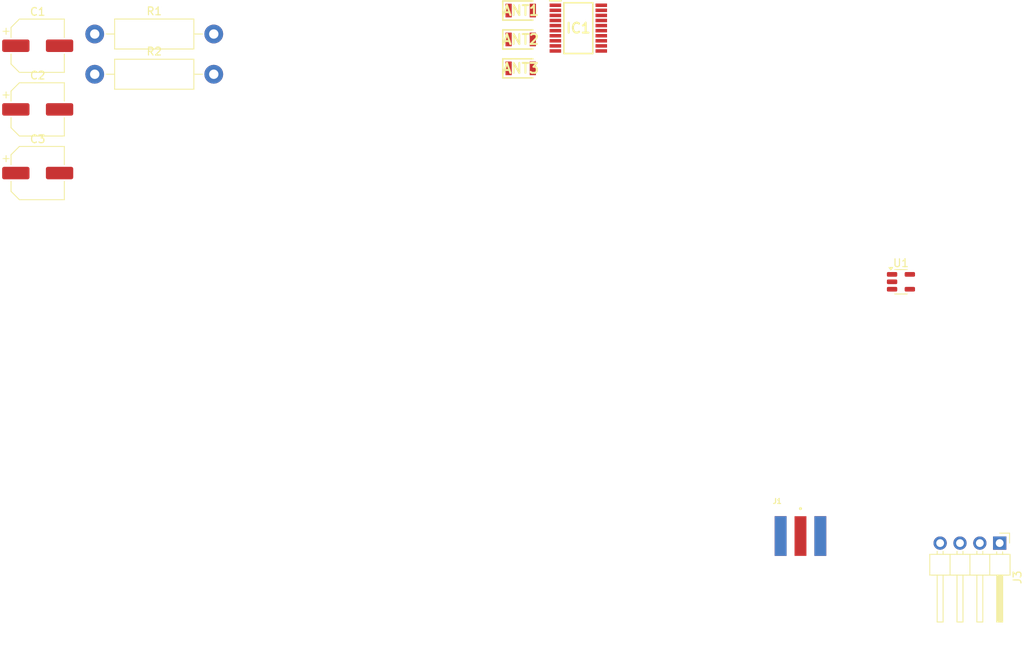
<source format=kicad_pcb>
(kicad_pcb (version 20240108) (generator "pcbnew") (generator_version "8.0")
  (layers (0 "F.Cu" signal) (31 "B.Cu" signal) (34 "B.Paste" user) (35 "F.Paste" user) (36 "B.SilkS" user "B.Silkscreen") (37 "F.SilkS" user "F.Silkscreen") (38 "B.Mask" user) (39 "F.Mask" user) (44 "Edge.Cuts" user))
  (net 0 "")
  (net 1 "+2V5")
  (net 2 "Net-(U1-+)")
  (net 3 "+5V")
  (net 4 "GND")
  (net 6 "Net-(ANT1-FEED)")
  (net 7 "Net-(ANT2-FEED)")
  (net 9 "Net-(ANT3-FEED)")
  (net 11 "Net-(IC1-A0)")
  (net 18 "Net-(IC1-A1)")
  (net 23 "Net-(IC1-RFC)")
  (footprint "Resistor_THT:R_Axial_DIN0411_L9.9mm_D3.6mm_P15.24mm_Horizontal" (layer "F.Cu") (at 45.15 100.33)
    (property "Reference" "R1" (at 7.62 -2.92 0) (layer "F.SilkS"))
    (property "Value" "R")
    (fp_line (start 1.44 0) (end 2.55 0) (stroke (width 0.12)) (layer "F.SilkS"))
    (fp_line (start 2.55 -1.92) (end 2.55 1.92) (stroke (width 0.12)) (layer "F.SilkS"))
    (fp_line (start 2.55 1.92) (end 12.69 1.92) (stroke (width 0.12)) (layer "F.SilkS"))
    (fp_line (start 12.69 -1.92) (end 2.55 -1.92) (stroke (width 0.12)) (layer "F.SilkS"))
    (fp_line (start 12.69 1.92) (end 12.69 -1.92) (stroke (width 0.12)) (layer "F.SilkS"))
    (fp_line (start 13.8 0) (end 12.69 0) (stroke (width 0.12)) (layer "F.SilkS"))
    (pad "1" thru_hole circle (at 0 0) (size 2.4 2.4) (drill 1.2) (layers "*.Cu" "*.Mask") (net 3 "+5V"))
    (pad "2" thru_hole oval (at 15.24 0) (size 2.4 2.4) (drill 1.2) (layers "*.Cu" "*.Mask") (net 2 "Net-(U1-+)"))
  )
  (footprint "Capacitor_SMD:CP_Elec_6.3x5.4" (layer "F.Cu") (at 37.85 118.13)
    (property "Reference" "C3" (at 0 -4.35 0) (layer "F.SilkS"))
    (property "Value" "C")
    (fp_line (start -4.4375 -1.8475) (end -3.65 -1.8475) (stroke (width 0.12)) (layer "F.SilkS"))
    (fp_line (start -4.04375 -2.24125) (end -4.04375 -1.45375) (stroke (width 0.12)) (layer "F.SilkS"))
    (fp_line (start -3.41 -2.345563) (end -3.41 -1.06) (stroke (width 0.12)) (layer "F.SilkS"))
    (fp_line (start -3.41 -2.345563) (end -2.345563 -3.41) (stroke (width 0.12)) (layer "F.SilkS"))
    (fp_line (start -3.41 2.345563) (end -3.41 1.06) (stroke (width 0.12)) (layer "F.SilkS"))
    (fp_line (start -3.41 2.345563) (end -2.345563 3.41) (stroke (width 0.12)) (layer "F.SilkS"))
    (fp_line (start -2.345563 -3.41) (end 3.41 -3.41) (stroke (width 0.12)) (layer "F.SilkS"))
    (fp_line (start -2.345563 3.41) (end 3.41 3.41) (stroke (width 0.12)) (layer "F.SilkS"))
    (fp_line (start 3.41 -3.41) (end 3.41 -1.06) (stroke (width 0.12)) (layer "F.SilkS"))
    (fp_line (start 3.41 3.41) (end 3.41 1.06) (stroke (width 0.12)) (layer "F.SilkS"))
    (pad "1" smd roundrect (at -2.8 0) (size 3.5 1.6) (layers "F.Cu" "F.Paste" "F.Mask") (roundrect_rratio 0.15625) (net 1 "+2V5"))
    (pad "2" smd roundrect (at 2.8 0) (size 3.5 1.6) (layers "F.Cu" "F.Paste" "F.Mask") (roundrect_rratio 0.15625) (net 4 "GND"))
  )
  (footprint "Capacitor_SMD:CP_Elec_6.3x5.4" (layer "F.Cu") (at 37.85 109.98)
    (property "Reference" "C2" (at 0 -4.35 0) (layer "F.SilkS"))
    (property "Value" "C_Polarized")
    (fp_line (start -4.4375 -1.8475) (end -3.65 -1.8475) (stroke (width 0.12)) (layer "F.SilkS"))
    (fp_line (start -4.04375 -2.24125) (end -4.04375 -1.45375) (stroke (width 0.12)) (layer "F.SilkS"))
    (fp_line (start -3.41 -2.345563) (end -3.41 -1.06) (stroke (width 0.12)) (layer "F.SilkS"))
    (fp_line (start -3.41 -2.345563) (end -2.345563 -3.41) (stroke (width 0.12)) (layer "F.SilkS"))
    (fp_line (start -3.41 2.345563) (end -3.41 1.06) (stroke (width 0.12)) (layer "F.SilkS"))
    (fp_line (start -3.41 2.345563) (end -2.345563 3.41) (stroke (width 0.12)) (layer "F.SilkS"))
    (fp_line (start -2.345563 -3.41) (end 3.41 -3.41) (stroke (width 0.12)) (layer "F.SilkS"))
    (fp_line (start -2.345563 3.41) (end 3.41 3.41) (stroke (width 0.12)) (layer "F.SilkS"))
    (fp_line (start 3.41 -3.41) (end 3.41 -1.06) (stroke (width 0.12)) (layer "F.SilkS"))
    (fp_line (start 3.41 3.41) (end 3.41 1.06) (stroke (width 0.12)) (layer "F.SilkS"))
    (pad "1" smd roundrect (at -2.8 0) (size 3.5 1.6) (layers "F.Cu" "F.Paste" "F.Mask") (roundrect_rratio 0.15625) (net 3 "+5V"))
    (pad "2" smd roundrect (at 2.8 0) (size 3.5 1.6) (layers "F.Cu" "F.Paste" "F.Mask") (roundrect_rratio 0.15625) (net 4 "GND"))
  )
  (footprint "Resistor_THT:R_Axial_DIN0411_L9.9mm_D3.6mm_P15.24mm_Horizontal" (layer "F.Cu") (at 45.15 105.48)
    (property "Reference" "R2" (at 7.62 -2.92 0) (layer "F.SilkS"))
    (property "Value" "R")
    (fp_line (start 1.44 0) (end 2.55 0) (stroke (width 0.12)) (layer "F.SilkS"))
    (fp_line (start 2.55 -1.92) (end 2.55 1.92) (stroke (width 0.12)) (layer "F.SilkS"))
    (fp_line (start 2.55 1.92) (end 12.69 1.92) (stroke (width 0.12)) (layer "F.SilkS"))
    (fp_line (start 12.69 -1.92) (end 2.55 -1.92) (stroke (width 0.12)) (layer "F.SilkS"))
    (fp_line (start 12.69 1.92) (end 12.69 -1.92) (stroke (width 0.12)) (layer "F.SilkS"))
    (fp_line (start 13.8 0) (end 12.69 0) (stroke (width 0.12)) (layer "F.SilkS"))
    (pad "1" thru_hole circle (at 0 0) (size 2.4 2.4) (drill 1.2) (layers "*.Cu" "*.Mask") (net 2 "Net-(U1-+)"))
    (pad "2" thru_hole oval (at 15.24 0) (size 2.4 2.4) (drill 1.2) (layers "*.Cu" "*.Mask") (net 4 "GND"))
  )
  (footprint "Package_TO_SOT_SMD:SOT-23-5" (layer "F.Cu") (at 148.3625 132.05)
    (property "Reference" "U1" (at 0 -2.4 0) (layer "F.SilkS"))
    (property "Value" "MCP601R")
    (fp_line (start 0 -1.56) (end -0.8 -1.56) (stroke (width 0.12)) (layer "F.SilkS"))
    (fp_line (start 0 -1.56) (end 0.8 -1.56) (stroke (width 0.12)) (layer "F.SilkS"))
    (fp_line (start 0 1.56) (end -0.8 1.56) (stroke (width 0.12)) (layer "F.SilkS"))
    (fp_line (start 0 1.56) (end 0.8 1.56) (stroke (width 0.12)) (layer "F.SilkS"))
    (fp_poly (pts (xy -1.3 -1.51) (xy -1.54 -1.84) (xy -1.06 -1.84) (xy -1.3 -1.51)) (stroke (width 0.12)) (fill solid) (layer "F.SilkS"))
    (pad "1" smd roundrect (at -1.1375 -0.95) (size 1.325 0.6) (layers "F.Cu" "F.Paste" "F.Mask") (net 1 "+2V5"))
    (pad "2" smd roundrect (at -1.1375 0) (size 1.325 0.6) (layers "F.Cu" "F.Paste" "F.Mask") (net 3 "+5V"))
    (pad "3" smd roundrect (at -1.1375 0.95) (size 1.325 0.6) (layers "F.Cu" "F.Paste" "F.Mask") (net 2 "Net-(U1-+)"))
    (pad "4" smd roundrect (at 1.1375 0.95) (size 1.325 0.6) (layers "F.Cu" "F.Paste" "F.Mask") (net 1 "+2V5"))
    (pad "5" smd roundrect (at 1.1375 -0.95) (size 1.325 0.6) (layers "F.Cu" "F.Paste" "F.Mask") (net 4 "GND"))
  )
  (footprint "test_footprint_library:ANTC3016X55N" (layer "F.Cu") (at 99.687 104.725)
    (property "Reference" "ANT3" (at 0 0 0) (layer "F.SilkS") (effects (font (size 1.27 1.27) (thickness 0.254))))
    (property "Value" "ST0147-00-011-A" (hide yes))
    (fp_line (start -2.3 -1.225) (end -2.3 1.225) (stroke (width 0.2)) (layer "F.SilkS"))
    (fp_line (start -2.3 1.225) (end 1.55 1.225) (stroke (width 0.2)) (layer "F.SilkS"))
    (fp_line (start 1.55 -1.225) (end -2.3 -1.225) (stroke (width 0.2)) (layer "F.SilkS"))
    (pad "1" smd rect (at -1.55 0) (size 0.8 1.75) (layers "F.Cu" "F.Paste" "F.Mask") (net 9 "Net-(ANT3-FEED)"))
    (pad "2" smd rect (at 1.55 0) (size 0.8 1.75) (layers "F.Cu" "F.Paste" "F.Mask"))
  )
  (footprint "Capacitor_SMD:CP_Elec_6.3x5.4" (layer "F.Cu") (at 37.85 101.83)
    (property "Reference" "C1" (at 0 -4.35 0) (layer "F.SilkS"))
    (property "Value" "C")
    (fp_line (start -4.4375 -1.8475) (end -3.65 -1.8475) (stroke (width 0.12)) (layer "F.SilkS"))
    (fp_line (start -4.04375 -2.24125) (end -4.04375 -1.45375) (stroke (width 0.12)) (layer "F.SilkS"))
    (fp_line (start -3.41 -2.345563) (end -3.41 -1.06) (stroke (width 0.12)) (layer "F.SilkS"))
    (fp_line (start -3.41 -2.345563) (end -2.345563 -3.41) (stroke (width 0.12)) (layer "F.SilkS"))
    (fp_line (start -3.41 2.345563) (end -3.41 1.06) (stroke (width 0.12)) (layer "F.SilkS"))
    (fp_line (start -3.41 2.345563) (end -2.345563 3.41) (stroke (width 0.12)) (layer "F.SilkS"))
    (fp_line (start -2.345563 -3.41) (end 3.41 -3.41) (stroke (width 0.12)) (layer "F.SilkS"))
    (fp_line (start -2.345563 3.41) (end 3.41 3.41) (stroke (width 0.12)) (layer "F.SilkS"))
    (fp_line (start 3.41 -3.41) (end 3.41 -1.06) (stroke (width 0.12)) (layer "F.SilkS"))
    (fp_line (start 3.41 3.41) (end 3.41 1.06) (stroke (width 0.12)) (layer "F.SilkS"))
    (pad "1" smd roundrect (at -2.8 0) (size 3.5 1.6) (layers "F.Cu" "F.Paste" "F.Mask") (roundrect_rratio 0.15625) (net 3 "+5V"))
    (pad "2" smd roundrect (at 2.8 0) (size 3.5 1.6) (layers "F.Cu" "F.Paste" "F.Mask") (roundrect_rratio 0.15625) (net 4 "GND"))
  )
  (footprint "test_footprint_library:ANTC3016X55N" (layer "F.Cu") (at 99.687 101.025)
    (property "Reference" "ANT2" (at 0 0 0) (layer "F.SilkS") (effects (font (size 1.27 1.27) (thickness 0.254))))
    (property "Value" "ST0147-00-011-A" (hide yes))
    (fp_line (start -2.3 -1.225) (end -2.3 1.225) (stroke (width 0.2)) (layer "F.SilkS"))
    (fp_line (start -2.3 1.225) (end 1.55 1.225) (stroke (width 0.2)) (layer "F.SilkS"))
    (fp_line (start 1.55 -1.225) (end -2.3 -1.225) (stroke (width 0.2)) (layer "F.SilkS"))
    (pad "1" smd rect (at -1.55 0) (size 0.8 1.75) (layers "F.Cu" "F.Paste" "F.Mask") (net 7 "Net-(ANT2-FEED)"))
    (pad "2" smd rect (at 1.55 0) (size 0.8 1.75) (layers "F.Cu" "F.Paste" "F.Mask"))
  )
  (footprint "test_footprint_library:ANTC3016X55N" (layer "F.Cu") (at 99.687 97.325)
    (property "Reference" "ANT1" (at 0 0 0) (layer "F.SilkS") (effects (font (size 1.27 1.27) (thickness 0.254))))
    (property "Value" "ST0147-00-011-A" (hide yes))
    (fp_line (start -2.3 -1.225) (end -2.3 1.225) (stroke (width 0.2)) (layer "F.SilkS"))
    (fp_line (start -2.3 1.225) (end 1.55 1.225) (stroke (width 0.2)) (layer "F.SilkS"))
    (fp_line (start 1.55 -1.225) (end -2.3 -1.225) (stroke (width 0.2)) (layer "F.SilkS"))
    (pad "1" smd rect (at -1.55 0) (size 0.8 1.75) (layers "F.Cu" "F.Paste" "F.Mask") (net 6 "Net-(ANT1-FEED)"))
    (pad "2" smd rect (at 1.55 0) (size 0.8 1.75) (layers "F.Cu" "F.Paste" "F.Mask"))
  )
  (footprint "test_footprint_library:SOP65P640X120-20N" (layer "F.Cu") (at 107.062 99.575)
    (property "Reference" "IC1" (at 0 0 0) (layer "F.SilkS") (effects (font (size 1.27 1.27) (thickness 0.254))))
    (property "Value" "ADG904BRUZ-REEL7" (hide yes))
    (fp_line (start -3.675 -3.5) (end -2.2 -3.5) (stroke (width 0.2)) (layer "F.SilkS"))
    (fp_line (start -1.85 -3.25) (end 1.85 -3.25) (stroke (width 0.2)) (layer "F.SilkS"))
    (fp_line (start -1.85 3.25) (end -1.85 -3.25) (stroke (width 0.2)) (layer "F.SilkS"))
    (fp_line (start 1.85 -3.25) (end 1.85 3.25) (stroke (width 0.2)) (layer "F.SilkS"))
    (fp_line (start 1.85 3.25) (end -1.85 3.25) (stroke (width 0.2)) (layer "F.SilkS"))
    (pad "1" smd rect (at -2.938 -2.925 90) (size 0.45 1.475) (layers "F.Cu" "F.Paste" "F.Mask") (net 4 "GND"))
    (pad "2" smd rect (at -2.938 -2.275 90) (size 0.45 1.475) (layers "F.Cu" "F.Paste" "F.Mask") (net 1 "+2V5"))
    (pad "3" smd rect (at -2.938 -1.625 90) (size 0.45 1.475) (layers "F.Cu" "F.Paste" "F.Mask"))
    (pad "4" smd rect (at -2.938 -0.975 90) (size 0.45 1.475) (layers "F.Cu" "F.Paste" "F.Mask") (net 6 "Net-(ANT1-FEED)"))
    (pad "5" smd rect (at -2.938 -0.325 90) (size 0.45 1.475) (layers "F.Cu" "F.Paste" "F.Mask"))
    (pad "6" smd rect (at -2.938 0.325 90) (size 0.45 1.475) (layers "F.Cu" "F.Paste" "F.Mask"))
    (pad "7" smd rect (at -2.938 0.975 90) (size 0.45 1.475) (layers "F.Cu" "F.Paste" "F.Mask") (net 9 "Net-(ANT3-FEED)"))
    (pad "8" smd rect (at -2.938 1.625 90) (size 0.45 1.475) (layers "F.Cu" "F.Paste" "F.Mask"))
    (pad "9" smd rect (at -2.938 2.275 90) (size 0.45 1.475) (layers "F.Cu" "F.Paste" "F.Mask"))
    (pad "10" smd rect (at -2.938 2.925 90) (size 0.45 1.475) (layers "F.Cu" "F.Paste" "F.Mask") (net 23 "Net-(IC1-RFC)"))
    (pad "11" smd rect (at 2.938 2.925 90) (size 0.45 1.475) (layers "F.Cu" "F.Paste" "F.Mask") (net 4 "GND"))
    (pad "12" smd rect (at 2.938 2.275 90) (size 0.45 1.475) (layers "F.Cu" "F.Paste" "F.Mask"))
    (pad "13" smd rect (at 2.938 1.625 90) (size 0.45 1.475) (layers "F.Cu" "F.Paste" "F.Mask"))
    (pad "14" smd rect (at 2.938 0.975 90) (size 0.45 1.475) (layers "F.Cu" "F.Paste" "F.Mask"))
    (pad "15" smd rect (at 2.938 0.325 90) (size 0.45 1.475) (layers "F.Cu" "F.Paste" "F.Mask"))
    (pad "16" smd rect (at 2.938 -0.325 90) (size 0.45 1.475) (layers "F.Cu" "F.Paste" "F.Mask"))
    (pad "17" smd rect (at 2.938 -0.975 90) (size 0.45 1.475) (layers "F.Cu" "F.Paste" "F.Mask") (net 7 "Net-(ANT2-FEED)"))
    (pad "18" smd rect (at 2.938 -1.625 90) (size 0.45 1.475) (layers "F.Cu" "F.Paste" "F.Mask"))
    (pad "19" smd rect (at 2.938 -2.275 90) (size 0.45 1.475) (layers "F.Cu" "F.Paste" "F.Mask") (net 18 "Net-(IC1-A1)"))
    (pad "20" smd rect (at 2.938 -2.925 90) (size 0.45 1.475) (layers "F.Cu" "F.Paste" "F.Mask") (net 11 "Net-(IC1-A0)"))
  )
  (footprint "test_footprint_library:LINX_CONSMA013.062-G" (layer "F.Cu") (at 135.5 167.1375)
    (property "Reference" "J1" (at -2.978 -6.9964 0) (layer "F.SilkS") (effects (font (size 0.64 0.64))))
    (property "Value" "CONSMA013.062-G")
    (fp_circle (center 0 -6.05) (end 0.1 -6.05) (stroke (width 0.2)) (fill none) (layer "F.SilkS"))
    (pad "1" smd rect (at 0 -2.54) (size 1.52 5.08) (layers "F.Cu" "F.Paste" "F.Mask") (net 23 "Net-(IC1-RFC)"))
    (pad "S1" smd rect (at -2.54 -2.54) (size 1.52 5.08) (layers "F.Cu" "F.Paste" "F.Mask") (net 4 "GND"))
    (pad "S2" smd rect (at 2.54 -2.54) (size 1.52 5.08) (layers "F.Cu" "F.Paste" "F.Mask") (net 4 "GND"))
    (pad "S3" smd rect (at -2.54 -2.54) (size 1.52 5.08) (layers "B.Cu" "B.Paste" "B.Mask") (net 4 "GND"))
    (pad "S4" smd rect (at 2.54 -2.54) (size 1.52 5.08) (layers "B.Cu" "B.Paste" "B.Mask") (net 4 "GND"))
  )
  (footprint "Connector_PinHeader_2.54mm:PinHeader_1x04_P2.54mm_Horizontal" (layer "F.Cu") (at 161 165.5 -90)
    (property "Reference" "J3" (at 4.385 -2.27 90) (layer "F.SilkS"))
    (property "Value" "Conn_01x04")
    (fp_line (start 1.44 8.95) (end 4.1 8.95) (stroke (width 0.12)) (layer "F.SilkS"))
    (fp_line (start 4.1 8.95) (end 4.1 -1.33) (stroke (width 0.12)) (layer "F.SilkS"))
    (fp_line (start 1.042929 8) (end 1.44 8) (stroke (width 0.12)) (layer "F.SilkS"))
    (fp_line (start 10.1 8) (end 4.1 8) (stroke (width 0.12)) (layer "F.SilkS"))
    (fp_line (start 1.042929 7.24) (end 1.44 7.24) (stroke (width 0.12)) (layer "F.SilkS"))
    (fp_line (start 4.1 7.24) (end 10.1 7.24) (stroke (width 0.12)) (layer "F.SilkS"))
    (fp_line (start 10.1 7.24) (end 10.1 8) (stroke (width 0.12)) (layer "F.SilkS"))
    (fp_line (start 1.44 6.35) (end 4.1 6.35) (stroke (width 0.12)) (layer "F.SilkS"))
    (fp_line (start 1.042929 5.46) (end 1.44 5.46) (stroke (width 0.12)) (layer "F.SilkS"))
    (fp_line (start 10.1 5.46) (end 4.1 5.46) (stroke (width 0.12)) (layer "F.SilkS"))
    (fp_line (start 1.042929 4.7) (end 1.44 4.7) (stroke (width 0.12)) (layer "F.SilkS"))
    (fp_line (start 4.1 4.7) (end 10.1 4.7) (stroke (width 0.12)) (layer "F.SilkS"))
    (fp_line (start 10.1 4.7) (end 10.1 5.46) (stroke (width 0.12)) (layer "F.SilkS"))
    (fp_line (start 1.44 3.81) (end 4.1 3.81) (stroke (width 0.12)) (layer "F.SilkS"))
    (fp_line (start 1.042929 2.92) (end 1.44 2.92) (stroke (width 0.12)) (layer "F.SilkS"))
    (fp_line (start 10.1 2.92) (end 4.1 2.92) (stroke (width 0.12)) (layer "F.SilkS"))
    (fp_line (start 1.042929 2.16) (end 1.44 2.16) (stroke (width 0.12)) (layer "F.SilkS"))
    (fp_line (start 4.1 2.16) (end 10.1 2.16) (stroke (width 0.12)) (layer "F.SilkS"))
    (fp_line (start 10.1 2.16) (end 10.1 2.92) (stroke (width 0.12)) (layer "F.SilkS"))
    (fp_line (start 1.44 1.27) (end 4.1 1.27) (stroke (width 0.12)) (layer "F.SilkS"))
    (fp_line (start 1.11 0.38) (end 1.44 0.38) (stroke (width 0.12)) (layer "F.SilkS"))
    (fp_line (start 10.1 0.38) (end 4.1 0.38) (stroke (width 0.12)) (layer "F.SilkS"))
    (fp_line (start 4.1 0.28) (end 10.1 0.28) (stroke (width 0.12)) (layer "F.SilkS"))
    (fp_line (start 4.1 0.16) (end 10.1 0.16) (stroke (width 0.12)) (layer "F.SilkS"))
    (fp_line (start 4.1 0.04) (end 10.1 0.04) (stroke (width 0.12)) (layer "F.SilkS"))
    (fp_line (start -1.27 0) (end -1.27 -1.27) (stroke (width 0.12)) (layer "F.SilkS"))
    (fp_line (start 4.1 -0.08) (end 10.1 -0.08) (stroke (width 0.12)) (layer "F.SilkS"))
    (fp_line (start 4.1 -0.2) (end 10.1 -0.2) (stroke (width 0.12)) (layer "F.SilkS"))
    (fp_line (start 4.1 -0.32) (end 10.1 -0.32) (stroke (width 0.12)) (layer "F.SilkS"))
    (fp_line (start 1.11 -0.38) (end 1.44 -0.38) (stroke (width 0.12)) (layer "F.SilkS"))
    (fp_line (start 4.1 -0.38) (end 10.1 -0.38) (stroke (width 0.12)) (layer "F.SilkS"))
    (fp_line (start 10.1 -0.38) (end 10.1 0.38) (stroke (width 0.12)) (layer "F.SilkS"))
    (fp_line (start -1.27 -1.27) (end 0 -1.27) (stroke (width 0.12)) (layer "F.SilkS"))
    (fp_line (start 1.44 -1.33) (end 1.44 8.95) (stroke (width 0.12)) (layer "F.SilkS"))
    (fp_line (start 4.1 -1.33) (end 1.44 -1.33) (stroke (width 0.12)) (layer "F.SilkS"))
    (pad "1" thru_hole rect (at 0 0 270) (size 1.7 1.7) (drill 1) (layers "*.Cu" "*.Mask") (net 4 "GND"))
    (pad "2" thru_hole oval (at 0 2.54 270) (size 1.7 1.7) (drill 1) (layers "*.Cu" "*.Mask") (net 11 "Net-(IC1-A0)"))
    (pad "3" thru_hole oval (at 0 5.08 270) (size 1.7 1.7) (drill 1) (layers "*.Cu" "*.Mask") (net 18 "Net-(IC1-A1)"))
    (pad "4" thru_hole oval (at 0 7.62 270) (size 1.7 1.7) (drill 1) (layers "*.Cu" "*.Mask") (net 3 "+5V"))
  )
)
</source>
